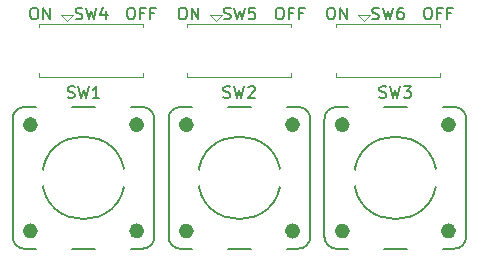
<source format=gto>
%TF.GenerationSoftware,KiCad,Pcbnew,8.0.1*%
%TF.CreationDate,2024-04-28T18:53:44+02:00*%
%TF.ProjectId,SwitchesModule,53776974-6368-4657-934d-6f64756c652e,v0.1*%
%TF.SameCoordinates,Original*%
%TF.FileFunction,Legend,Top*%
%TF.FilePolarity,Positive*%
%FSLAX46Y46*%
G04 Gerber Fmt 4.6, Leading zero omitted, Abs format (unit mm)*
G04 Created by KiCad (PCBNEW 8.0.1) date 2024-04-28 18:53:44*
%MOMM*%
%LPD*%
G01*
G04 APERTURE LIST*
G04 Aperture macros list*
%AMRoundRect*
0 Rectangle with rounded corners*
0 $1 Rounding radius*
0 $2 $3 $4 $5 $6 $7 $8 $9 X,Y pos of 4 corners*
0 Add a 4 corners polygon primitive as box body*
4,1,4,$2,$3,$4,$5,$6,$7,$8,$9,$2,$3,0*
0 Add four circle primitives for the rounded corners*
1,1,$1+$1,$2,$3*
1,1,$1+$1,$4,$5*
1,1,$1+$1,$6,$7*
1,1,$1+$1,$8,$9*
0 Add four rect primitives between the rounded corners*
20,1,$1+$1,$2,$3,$4,$5,0*
20,1,$1+$1,$4,$5,$6,$7,0*
20,1,$1+$1,$6,$7,$8,$9,0*
20,1,$1+$1,$8,$9,$2,$3,0*%
G04 Aperture macros list end*
%ADD10C,0.150000*%
%ADD11C,0.203200*%
%ADD12C,0.698500*%
%ADD13C,0.120000*%
%ADD14C,2.362200*%
%ADD15O,2.200000X3.500000*%
%ADD16R,1.500000X2.500000*%
%ADD17O,1.500000X2.500000*%
%ADD18C,3.200000*%
%ADD19C,1.600000*%
%ADD20O,1.600000X1.600000*%
%ADD21RoundRect,0.250000X0.725000X-0.600000X0.725000X0.600000X-0.725000X0.600000X-0.725000X-0.600000X0*%
%ADD22O,1.950000X1.700000*%
%ADD23RoundRect,0.250000X-0.725000X0.600000X-0.725000X-0.600000X0.725000X-0.600000X0.725000X0.600000X0*%
G04 APERTURE END LIST*
D10*
X157693367Y-95934060D02*
X157836224Y-95981679D01*
X157836224Y-95981679D02*
X158074319Y-95981679D01*
X158074319Y-95981679D02*
X158169557Y-95934060D01*
X158169557Y-95934060D02*
X158217176Y-95886440D01*
X158217176Y-95886440D02*
X158264795Y-95791202D01*
X158264795Y-95791202D02*
X158264795Y-95695964D01*
X158264795Y-95695964D02*
X158217176Y-95600726D01*
X158217176Y-95600726D02*
X158169557Y-95553107D01*
X158169557Y-95553107D02*
X158074319Y-95505488D01*
X158074319Y-95505488D02*
X157883843Y-95457869D01*
X157883843Y-95457869D02*
X157788605Y-95410250D01*
X157788605Y-95410250D02*
X157740986Y-95362631D01*
X157740986Y-95362631D02*
X157693367Y-95267393D01*
X157693367Y-95267393D02*
X157693367Y-95172155D01*
X157693367Y-95172155D02*
X157740986Y-95076917D01*
X157740986Y-95076917D02*
X157788605Y-95029298D01*
X157788605Y-95029298D02*
X157883843Y-94981679D01*
X157883843Y-94981679D02*
X158121938Y-94981679D01*
X158121938Y-94981679D02*
X158264795Y-95029298D01*
X158598129Y-94981679D02*
X158836224Y-95981679D01*
X158836224Y-95981679D02*
X159026700Y-95267393D01*
X159026700Y-95267393D02*
X159217176Y-95981679D01*
X159217176Y-95981679D02*
X159455272Y-94981679D01*
X159740986Y-94981679D02*
X160360033Y-94981679D01*
X160360033Y-94981679D02*
X160026700Y-95362631D01*
X160026700Y-95362631D02*
X160169557Y-95362631D01*
X160169557Y-95362631D02*
X160264795Y-95410250D01*
X160264795Y-95410250D02*
X160312414Y-95457869D01*
X160312414Y-95457869D02*
X160360033Y-95553107D01*
X160360033Y-95553107D02*
X160360033Y-95791202D01*
X160360033Y-95791202D02*
X160312414Y-95886440D01*
X160312414Y-95886440D02*
X160264795Y-95934060D01*
X160264795Y-95934060D02*
X160169557Y-95981679D01*
X160169557Y-95981679D02*
X159883843Y-95981679D01*
X159883843Y-95981679D02*
X159788605Y-95934060D01*
X159788605Y-95934060D02*
X159740986Y-95886440D01*
X144510767Y-89279260D02*
X144653624Y-89326879D01*
X144653624Y-89326879D02*
X144891719Y-89326879D01*
X144891719Y-89326879D02*
X144986957Y-89279260D01*
X144986957Y-89279260D02*
X145034576Y-89231640D01*
X145034576Y-89231640D02*
X145082195Y-89136402D01*
X145082195Y-89136402D02*
X145082195Y-89041164D01*
X145082195Y-89041164D02*
X145034576Y-88945926D01*
X145034576Y-88945926D02*
X144986957Y-88898307D01*
X144986957Y-88898307D02*
X144891719Y-88850688D01*
X144891719Y-88850688D02*
X144701243Y-88803069D01*
X144701243Y-88803069D02*
X144606005Y-88755450D01*
X144606005Y-88755450D02*
X144558386Y-88707831D01*
X144558386Y-88707831D02*
X144510767Y-88612593D01*
X144510767Y-88612593D02*
X144510767Y-88517355D01*
X144510767Y-88517355D02*
X144558386Y-88422117D01*
X144558386Y-88422117D02*
X144606005Y-88374498D01*
X144606005Y-88374498D02*
X144701243Y-88326879D01*
X144701243Y-88326879D02*
X144939338Y-88326879D01*
X144939338Y-88326879D02*
X145082195Y-88374498D01*
X145415529Y-88326879D02*
X145653624Y-89326879D01*
X145653624Y-89326879D02*
X145844100Y-88612593D01*
X145844100Y-88612593D02*
X146034576Y-89326879D01*
X146034576Y-89326879D02*
X146272672Y-88326879D01*
X147129814Y-88326879D02*
X146653624Y-88326879D01*
X146653624Y-88326879D02*
X146606005Y-88803069D01*
X146606005Y-88803069D02*
X146653624Y-88755450D01*
X146653624Y-88755450D02*
X146748862Y-88707831D01*
X146748862Y-88707831D02*
X146986957Y-88707831D01*
X146986957Y-88707831D02*
X147082195Y-88755450D01*
X147082195Y-88755450D02*
X147129814Y-88803069D01*
X147129814Y-88803069D02*
X147177433Y-88898307D01*
X147177433Y-88898307D02*
X147177433Y-89136402D01*
X147177433Y-89136402D02*
X147129814Y-89231640D01*
X147129814Y-89231640D02*
X147082195Y-89279260D01*
X147082195Y-89279260D02*
X146986957Y-89326879D01*
X146986957Y-89326879D02*
X146748862Y-89326879D01*
X146748862Y-89326879D02*
X146653624Y-89279260D01*
X146653624Y-89279260D02*
X146606005Y-89231640D01*
X140932452Y-88326879D02*
X141122928Y-88326879D01*
X141122928Y-88326879D02*
X141218166Y-88374498D01*
X141218166Y-88374498D02*
X141313404Y-88469736D01*
X141313404Y-88469736D02*
X141361023Y-88660212D01*
X141361023Y-88660212D02*
X141361023Y-88993545D01*
X141361023Y-88993545D02*
X141313404Y-89184021D01*
X141313404Y-89184021D02*
X141218166Y-89279260D01*
X141218166Y-89279260D02*
X141122928Y-89326879D01*
X141122928Y-89326879D02*
X140932452Y-89326879D01*
X140932452Y-89326879D02*
X140837214Y-89279260D01*
X140837214Y-89279260D02*
X140741976Y-89184021D01*
X140741976Y-89184021D02*
X140694357Y-88993545D01*
X140694357Y-88993545D02*
X140694357Y-88660212D01*
X140694357Y-88660212D02*
X140741976Y-88469736D01*
X140741976Y-88469736D02*
X140837214Y-88374498D01*
X140837214Y-88374498D02*
X140932452Y-88326879D01*
X141789595Y-89326879D02*
X141789595Y-88326879D01*
X141789595Y-88326879D02*
X142361023Y-89326879D01*
X142361023Y-89326879D02*
X142361023Y-88326879D01*
X149158919Y-88326879D02*
X149349395Y-88326879D01*
X149349395Y-88326879D02*
X149444633Y-88374498D01*
X149444633Y-88374498D02*
X149539871Y-88469736D01*
X149539871Y-88469736D02*
X149587490Y-88660212D01*
X149587490Y-88660212D02*
X149587490Y-88993545D01*
X149587490Y-88993545D02*
X149539871Y-89184021D01*
X149539871Y-89184021D02*
X149444633Y-89279260D01*
X149444633Y-89279260D02*
X149349395Y-89326879D01*
X149349395Y-89326879D02*
X149158919Y-89326879D01*
X149158919Y-89326879D02*
X149063681Y-89279260D01*
X149063681Y-89279260D02*
X148968443Y-89184021D01*
X148968443Y-89184021D02*
X148920824Y-88993545D01*
X148920824Y-88993545D02*
X148920824Y-88660212D01*
X148920824Y-88660212D02*
X148968443Y-88469736D01*
X148968443Y-88469736D02*
X149063681Y-88374498D01*
X149063681Y-88374498D02*
X149158919Y-88326879D01*
X150349395Y-88803069D02*
X150016062Y-88803069D01*
X150016062Y-89326879D02*
X150016062Y-88326879D01*
X150016062Y-88326879D02*
X150492252Y-88326879D01*
X151206538Y-88803069D02*
X150873205Y-88803069D01*
X150873205Y-89326879D02*
X150873205Y-88326879D01*
X150873205Y-88326879D02*
X151349395Y-88326879D01*
X131302767Y-95934060D02*
X131445624Y-95981679D01*
X131445624Y-95981679D02*
X131683719Y-95981679D01*
X131683719Y-95981679D02*
X131778957Y-95934060D01*
X131778957Y-95934060D02*
X131826576Y-95886440D01*
X131826576Y-95886440D02*
X131874195Y-95791202D01*
X131874195Y-95791202D02*
X131874195Y-95695964D01*
X131874195Y-95695964D02*
X131826576Y-95600726D01*
X131826576Y-95600726D02*
X131778957Y-95553107D01*
X131778957Y-95553107D02*
X131683719Y-95505488D01*
X131683719Y-95505488D02*
X131493243Y-95457869D01*
X131493243Y-95457869D02*
X131398005Y-95410250D01*
X131398005Y-95410250D02*
X131350386Y-95362631D01*
X131350386Y-95362631D02*
X131302767Y-95267393D01*
X131302767Y-95267393D02*
X131302767Y-95172155D01*
X131302767Y-95172155D02*
X131350386Y-95076917D01*
X131350386Y-95076917D02*
X131398005Y-95029298D01*
X131398005Y-95029298D02*
X131493243Y-94981679D01*
X131493243Y-94981679D02*
X131731338Y-94981679D01*
X131731338Y-94981679D02*
X131874195Y-95029298D01*
X132207529Y-94981679D02*
X132445624Y-95981679D01*
X132445624Y-95981679D02*
X132636100Y-95267393D01*
X132636100Y-95267393D02*
X132826576Y-95981679D01*
X132826576Y-95981679D02*
X133064672Y-94981679D01*
X133969433Y-95981679D02*
X133398005Y-95981679D01*
X133683719Y-95981679D02*
X133683719Y-94981679D01*
X133683719Y-94981679D02*
X133588481Y-95124536D01*
X133588481Y-95124536D02*
X133493243Y-95219774D01*
X133493243Y-95219774D02*
X133398005Y-95267393D01*
X157076207Y-89279260D02*
X157219064Y-89326879D01*
X157219064Y-89326879D02*
X157457159Y-89326879D01*
X157457159Y-89326879D02*
X157552397Y-89279260D01*
X157552397Y-89279260D02*
X157600016Y-89231640D01*
X157600016Y-89231640D02*
X157647635Y-89136402D01*
X157647635Y-89136402D02*
X157647635Y-89041164D01*
X157647635Y-89041164D02*
X157600016Y-88945926D01*
X157600016Y-88945926D02*
X157552397Y-88898307D01*
X157552397Y-88898307D02*
X157457159Y-88850688D01*
X157457159Y-88850688D02*
X157266683Y-88803069D01*
X157266683Y-88803069D02*
X157171445Y-88755450D01*
X157171445Y-88755450D02*
X157123826Y-88707831D01*
X157123826Y-88707831D02*
X157076207Y-88612593D01*
X157076207Y-88612593D02*
X157076207Y-88517355D01*
X157076207Y-88517355D02*
X157123826Y-88422117D01*
X157123826Y-88422117D02*
X157171445Y-88374498D01*
X157171445Y-88374498D02*
X157266683Y-88326879D01*
X157266683Y-88326879D02*
X157504778Y-88326879D01*
X157504778Y-88326879D02*
X157647635Y-88374498D01*
X157980969Y-88326879D02*
X158219064Y-89326879D01*
X158219064Y-89326879D02*
X158409540Y-88612593D01*
X158409540Y-88612593D02*
X158600016Y-89326879D01*
X158600016Y-89326879D02*
X158838112Y-88326879D01*
X159647635Y-88326879D02*
X159457159Y-88326879D01*
X159457159Y-88326879D02*
X159361921Y-88374498D01*
X159361921Y-88374498D02*
X159314302Y-88422117D01*
X159314302Y-88422117D02*
X159219064Y-88564974D01*
X159219064Y-88564974D02*
X159171445Y-88755450D01*
X159171445Y-88755450D02*
X159171445Y-89136402D01*
X159171445Y-89136402D02*
X159219064Y-89231640D01*
X159219064Y-89231640D02*
X159266683Y-89279260D01*
X159266683Y-89279260D02*
X159361921Y-89326879D01*
X159361921Y-89326879D02*
X159552397Y-89326879D01*
X159552397Y-89326879D02*
X159647635Y-89279260D01*
X159647635Y-89279260D02*
X159695254Y-89231640D01*
X159695254Y-89231640D02*
X159742873Y-89136402D01*
X159742873Y-89136402D02*
X159742873Y-88898307D01*
X159742873Y-88898307D02*
X159695254Y-88803069D01*
X159695254Y-88803069D02*
X159647635Y-88755450D01*
X159647635Y-88755450D02*
X159552397Y-88707831D01*
X159552397Y-88707831D02*
X159361921Y-88707831D01*
X159361921Y-88707831D02*
X159266683Y-88755450D01*
X159266683Y-88755450D02*
X159219064Y-88803069D01*
X159219064Y-88803069D02*
X159171445Y-88898307D01*
X161698959Y-88326879D02*
X161889435Y-88326879D01*
X161889435Y-88326879D02*
X161984673Y-88374498D01*
X161984673Y-88374498D02*
X162079911Y-88469736D01*
X162079911Y-88469736D02*
X162127530Y-88660212D01*
X162127530Y-88660212D02*
X162127530Y-88993545D01*
X162127530Y-88993545D02*
X162079911Y-89184021D01*
X162079911Y-89184021D02*
X161984673Y-89279260D01*
X161984673Y-89279260D02*
X161889435Y-89326879D01*
X161889435Y-89326879D02*
X161698959Y-89326879D01*
X161698959Y-89326879D02*
X161603721Y-89279260D01*
X161603721Y-89279260D02*
X161508483Y-89184021D01*
X161508483Y-89184021D02*
X161460864Y-88993545D01*
X161460864Y-88993545D02*
X161460864Y-88660212D01*
X161460864Y-88660212D02*
X161508483Y-88469736D01*
X161508483Y-88469736D02*
X161603721Y-88374498D01*
X161603721Y-88374498D02*
X161698959Y-88326879D01*
X162889435Y-88803069D02*
X162556102Y-88803069D01*
X162556102Y-89326879D02*
X162556102Y-88326879D01*
X162556102Y-88326879D02*
X163032292Y-88326879D01*
X163746578Y-88803069D02*
X163413245Y-88803069D01*
X163413245Y-89326879D02*
X163413245Y-88326879D01*
X163413245Y-88326879D02*
X163889435Y-88326879D01*
X153497892Y-88326879D02*
X153688368Y-88326879D01*
X153688368Y-88326879D02*
X153783606Y-88374498D01*
X153783606Y-88374498D02*
X153878844Y-88469736D01*
X153878844Y-88469736D02*
X153926463Y-88660212D01*
X153926463Y-88660212D02*
X153926463Y-88993545D01*
X153926463Y-88993545D02*
X153878844Y-89184021D01*
X153878844Y-89184021D02*
X153783606Y-89279260D01*
X153783606Y-89279260D02*
X153688368Y-89326879D01*
X153688368Y-89326879D02*
X153497892Y-89326879D01*
X153497892Y-89326879D02*
X153402654Y-89279260D01*
X153402654Y-89279260D02*
X153307416Y-89184021D01*
X153307416Y-89184021D02*
X153259797Y-88993545D01*
X153259797Y-88993545D02*
X153259797Y-88660212D01*
X153259797Y-88660212D02*
X153307416Y-88469736D01*
X153307416Y-88469736D02*
X153402654Y-88374498D01*
X153402654Y-88374498D02*
X153497892Y-88326879D01*
X154355035Y-89326879D02*
X154355035Y-88326879D01*
X154355035Y-88326879D02*
X154926463Y-89326879D01*
X154926463Y-89326879D02*
X154926463Y-88326879D01*
X144485367Y-95934060D02*
X144628224Y-95981679D01*
X144628224Y-95981679D02*
X144866319Y-95981679D01*
X144866319Y-95981679D02*
X144961557Y-95934060D01*
X144961557Y-95934060D02*
X145009176Y-95886440D01*
X145009176Y-95886440D02*
X145056795Y-95791202D01*
X145056795Y-95791202D02*
X145056795Y-95695964D01*
X145056795Y-95695964D02*
X145009176Y-95600726D01*
X145009176Y-95600726D02*
X144961557Y-95553107D01*
X144961557Y-95553107D02*
X144866319Y-95505488D01*
X144866319Y-95505488D02*
X144675843Y-95457869D01*
X144675843Y-95457869D02*
X144580605Y-95410250D01*
X144580605Y-95410250D02*
X144532986Y-95362631D01*
X144532986Y-95362631D02*
X144485367Y-95267393D01*
X144485367Y-95267393D02*
X144485367Y-95172155D01*
X144485367Y-95172155D02*
X144532986Y-95076917D01*
X144532986Y-95076917D02*
X144580605Y-95029298D01*
X144580605Y-95029298D02*
X144675843Y-94981679D01*
X144675843Y-94981679D02*
X144913938Y-94981679D01*
X144913938Y-94981679D02*
X145056795Y-95029298D01*
X145390129Y-94981679D02*
X145628224Y-95981679D01*
X145628224Y-95981679D02*
X145818700Y-95267393D01*
X145818700Y-95267393D02*
X146009176Y-95981679D01*
X146009176Y-95981679D02*
X146247272Y-94981679D01*
X146580605Y-95076917D02*
X146628224Y-95029298D01*
X146628224Y-95029298D02*
X146723462Y-94981679D01*
X146723462Y-94981679D02*
X146961557Y-94981679D01*
X146961557Y-94981679D02*
X147056795Y-95029298D01*
X147056795Y-95029298D02*
X147104414Y-95076917D01*
X147104414Y-95076917D02*
X147152033Y-95172155D01*
X147152033Y-95172155D02*
X147152033Y-95267393D01*
X147152033Y-95267393D02*
X147104414Y-95410250D01*
X147104414Y-95410250D02*
X146532986Y-95981679D01*
X146532986Y-95981679D02*
X147152033Y-95981679D01*
X131970727Y-89279260D02*
X132113584Y-89326879D01*
X132113584Y-89326879D02*
X132351679Y-89326879D01*
X132351679Y-89326879D02*
X132446917Y-89279260D01*
X132446917Y-89279260D02*
X132494536Y-89231640D01*
X132494536Y-89231640D02*
X132542155Y-89136402D01*
X132542155Y-89136402D02*
X132542155Y-89041164D01*
X132542155Y-89041164D02*
X132494536Y-88945926D01*
X132494536Y-88945926D02*
X132446917Y-88898307D01*
X132446917Y-88898307D02*
X132351679Y-88850688D01*
X132351679Y-88850688D02*
X132161203Y-88803069D01*
X132161203Y-88803069D02*
X132065965Y-88755450D01*
X132065965Y-88755450D02*
X132018346Y-88707831D01*
X132018346Y-88707831D02*
X131970727Y-88612593D01*
X131970727Y-88612593D02*
X131970727Y-88517355D01*
X131970727Y-88517355D02*
X132018346Y-88422117D01*
X132018346Y-88422117D02*
X132065965Y-88374498D01*
X132065965Y-88374498D02*
X132161203Y-88326879D01*
X132161203Y-88326879D02*
X132399298Y-88326879D01*
X132399298Y-88326879D02*
X132542155Y-88374498D01*
X132875489Y-88326879D02*
X133113584Y-89326879D01*
X133113584Y-89326879D02*
X133304060Y-88612593D01*
X133304060Y-88612593D02*
X133494536Y-89326879D01*
X133494536Y-89326879D02*
X133732632Y-88326879D01*
X134542155Y-88660212D02*
X134542155Y-89326879D01*
X134304060Y-88279260D02*
X134065965Y-88993545D01*
X134065965Y-88993545D02*
X134685012Y-88993545D01*
X128367012Y-88326879D02*
X128557488Y-88326879D01*
X128557488Y-88326879D02*
X128652726Y-88374498D01*
X128652726Y-88374498D02*
X128747964Y-88469736D01*
X128747964Y-88469736D02*
X128795583Y-88660212D01*
X128795583Y-88660212D02*
X128795583Y-88993545D01*
X128795583Y-88993545D02*
X128747964Y-89184021D01*
X128747964Y-89184021D02*
X128652726Y-89279260D01*
X128652726Y-89279260D02*
X128557488Y-89326879D01*
X128557488Y-89326879D02*
X128367012Y-89326879D01*
X128367012Y-89326879D02*
X128271774Y-89279260D01*
X128271774Y-89279260D02*
X128176536Y-89184021D01*
X128176536Y-89184021D02*
X128128917Y-88993545D01*
X128128917Y-88993545D02*
X128128917Y-88660212D01*
X128128917Y-88660212D02*
X128176536Y-88469736D01*
X128176536Y-88469736D02*
X128271774Y-88374498D01*
X128271774Y-88374498D02*
X128367012Y-88326879D01*
X129224155Y-89326879D02*
X129224155Y-88326879D01*
X129224155Y-88326879D02*
X129795583Y-89326879D01*
X129795583Y-89326879D02*
X129795583Y-88326879D01*
X136568079Y-88326879D02*
X136758555Y-88326879D01*
X136758555Y-88326879D02*
X136853793Y-88374498D01*
X136853793Y-88374498D02*
X136949031Y-88469736D01*
X136949031Y-88469736D02*
X136996650Y-88660212D01*
X136996650Y-88660212D02*
X136996650Y-88993545D01*
X136996650Y-88993545D02*
X136949031Y-89184021D01*
X136949031Y-89184021D02*
X136853793Y-89279260D01*
X136853793Y-89279260D02*
X136758555Y-89326879D01*
X136758555Y-89326879D02*
X136568079Y-89326879D01*
X136568079Y-89326879D02*
X136472841Y-89279260D01*
X136472841Y-89279260D02*
X136377603Y-89184021D01*
X136377603Y-89184021D02*
X136329984Y-88993545D01*
X136329984Y-88993545D02*
X136329984Y-88660212D01*
X136329984Y-88660212D02*
X136377603Y-88469736D01*
X136377603Y-88469736D02*
X136472841Y-88374498D01*
X136472841Y-88374498D02*
X136568079Y-88326879D01*
X137758555Y-88803069D02*
X137425222Y-88803069D01*
X137425222Y-89326879D02*
X137425222Y-88326879D01*
X137425222Y-88326879D02*
X137901412Y-88326879D01*
X138615698Y-88803069D02*
X138282365Y-88803069D01*
X138282365Y-89326879D02*
X138282365Y-88326879D01*
X138282365Y-88326879D02*
X138758555Y-88326879D01*
D11*
%TO.C,SW3*%
X153034680Y-107743820D02*
X153034680Y-97746380D01*
X154035440Y-96745620D02*
X155036200Y-96745620D01*
X155036200Y-108744580D02*
X154035440Y-108744580D01*
X158035940Y-96745620D02*
X160032380Y-96745620D01*
X160032380Y-108744580D02*
X158035940Y-108744580D01*
X163032120Y-96745620D02*
X164032880Y-96745620D01*
X164032880Y-108744580D02*
X163032120Y-108744580D01*
X165033640Y-97746380D02*
X165033640Y-107743820D01*
X153034680Y-97746380D02*
G75*
G02*
X154035440Y-96745620I1000760J0D01*
G01*
X154035440Y-108744580D02*
G75*
G02*
X153034680Y-107743820I1J1000761D01*
G01*
X164032880Y-96745620D02*
G75*
G02*
X165033640Y-97746380I0J-1000760D01*
G01*
X165033640Y-107743820D02*
G75*
G02*
X164032880Y-108744580I-1000761J1D01*
G01*
D12*
X154835540Y-98246760D02*
G75*
G02*
X154236100Y-98246760I-299720J0D01*
G01*
X154236100Y-98246760D02*
G75*
G02*
X154835540Y-98246760I299720J0D01*
G01*
X154835540Y-107243440D02*
G75*
G02*
X154236100Y-107243440I-299720J0D01*
G01*
X154236100Y-107243440D02*
G75*
G02*
X154835540Y-107243440I299720J0D01*
G01*
D11*
X162531740Y-102745100D02*
G75*
G02*
X155536580Y-102745100I-3497580J0D01*
G01*
X155536580Y-102745100D02*
G75*
G02*
X162531740Y-102745100I3497580J0D01*
G01*
D12*
X163832220Y-98246760D02*
G75*
G02*
X163232780Y-98246760I-299720J0D01*
G01*
X163232780Y-98246760D02*
G75*
G02*
X163832220Y-98246760I299720J0D01*
G01*
X163832220Y-107243440D02*
G75*
G02*
X163232780Y-107243440I-299720J0D01*
G01*
X163232780Y-107243440D02*
G75*
G02*
X163832220Y-107243440I299720J0D01*
G01*
D13*
%TO.C,SW5*%
X141422000Y-89688000D02*
X150242000Y-89688000D01*
X141422000Y-89998000D02*
X141422000Y-89688000D01*
X141422000Y-94208000D02*
X141422000Y-93898000D01*
X143332000Y-88988000D02*
X143832000Y-89488000D01*
X143832000Y-89488000D02*
X144332000Y-88988000D01*
X144332000Y-88988000D02*
X143332000Y-88988000D01*
X150242000Y-89688000D02*
X150242000Y-89998000D01*
X150242000Y-94208000D02*
X141422000Y-94208000D01*
X150242000Y-94208000D02*
X150242000Y-93898000D01*
D11*
%TO.C,SW1*%
X126630360Y-107743820D02*
X126630360Y-97746380D01*
X127631120Y-96745620D02*
X128631880Y-96745620D01*
X128631880Y-108744580D02*
X127631120Y-108744580D01*
X131631620Y-96745620D02*
X133628060Y-96745620D01*
X133628060Y-108744580D02*
X131631620Y-108744580D01*
X136627800Y-96745620D02*
X137628560Y-96745620D01*
X137628560Y-108744580D02*
X136627800Y-108744580D01*
X138629320Y-97746380D02*
X138629320Y-107743820D01*
X126630360Y-97746380D02*
G75*
G02*
X127631120Y-96745620I1000760J0D01*
G01*
X127631120Y-108744580D02*
G75*
G02*
X126630360Y-107743820I1J1000761D01*
G01*
X137628560Y-96745620D02*
G75*
G02*
X138629320Y-97746380I0J-1000760D01*
G01*
X138629320Y-107743820D02*
G75*
G02*
X137628560Y-108744580I-1000761J1D01*
G01*
D12*
X128431220Y-98246760D02*
G75*
G02*
X127831780Y-98246760I-299720J0D01*
G01*
X127831780Y-98246760D02*
G75*
G02*
X128431220Y-98246760I299720J0D01*
G01*
X128431220Y-107243440D02*
G75*
G02*
X127831780Y-107243440I-299720J0D01*
G01*
X127831780Y-107243440D02*
G75*
G02*
X128431220Y-107243440I299720J0D01*
G01*
D11*
X136127420Y-102745100D02*
G75*
G02*
X129132260Y-102745100I-3497580J0D01*
G01*
X129132260Y-102745100D02*
G75*
G02*
X136127420Y-102745100I3497580J0D01*
G01*
D12*
X137427900Y-98246760D02*
G75*
G02*
X136828460Y-98246760I-299720J0D01*
G01*
X136828460Y-98246760D02*
G75*
G02*
X137427900Y-98246760I299720J0D01*
G01*
X137427900Y-107243440D02*
G75*
G02*
X136828460Y-107243440I-299720J0D01*
G01*
X136828460Y-107243440D02*
G75*
G02*
X137427900Y-107243440I299720J0D01*
G01*
D13*
%TO.C,SW6*%
X153998080Y-89688000D02*
X162818080Y-89688000D01*
X153998080Y-89998000D02*
X153998080Y-89688000D01*
X153998080Y-94208000D02*
X153998080Y-93898000D01*
X155908080Y-88988000D02*
X156408080Y-89488000D01*
X156408080Y-89488000D02*
X156908080Y-88988000D01*
X156908080Y-88988000D02*
X155908080Y-88988000D01*
X162818080Y-89688000D02*
X162818080Y-89998000D01*
X162818080Y-94208000D02*
X153998080Y-94208000D01*
X162818080Y-94208000D02*
X162818080Y-93898000D01*
D11*
%TO.C,SW2*%
X139832520Y-107743820D02*
X139832520Y-97746380D01*
X140833280Y-96745620D02*
X141834040Y-96745620D01*
X141834040Y-108744580D02*
X140833280Y-108744580D01*
X144833780Y-96745620D02*
X146830220Y-96745620D01*
X146830220Y-108744580D02*
X144833780Y-108744580D01*
X149829960Y-96745620D02*
X150830720Y-96745620D01*
X150830720Y-108744580D02*
X149829960Y-108744580D01*
X151831480Y-97746380D02*
X151831480Y-107743820D01*
X139832520Y-97746380D02*
G75*
G02*
X140833280Y-96745620I1000760J0D01*
G01*
X140833280Y-108744580D02*
G75*
G02*
X139832520Y-107743820I1J1000761D01*
G01*
X150830720Y-96745620D02*
G75*
G02*
X151831480Y-97746380I0J-1000760D01*
G01*
X151831480Y-107743820D02*
G75*
G02*
X150830720Y-108744580I-1000761J1D01*
G01*
D12*
X141633380Y-98246760D02*
G75*
G02*
X141033940Y-98246760I-299720J0D01*
G01*
X141033940Y-98246760D02*
G75*
G02*
X141633380Y-98246760I299720J0D01*
G01*
X141633380Y-107243440D02*
G75*
G02*
X141033940Y-107243440I-299720J0D01*
G01*
X141033940Y-107243440D02*
G75*
G02*
X141633380Y-107243440I299720J0D01*
G01*
D11*
X149329580Y-102745100D02*
G75*
G02*
X142334420Y-102745100I-3497580J0D01*
G01*
X142334420Y-102745100D02*
G75*
G02*
X149329580Y-102745100I3497580J0D01*
G01*
D12*
X150630060Y-98246760D02*
G75*
G02*
X150030620Y-98246760I-299720J0D01*
G01*
X150030620Y-98246760D02*
G75*
G02*
X150630060Y-98246760I299720J0D01*
G01*
X150630060Y-107243440D02*
G75*
G02*
X150030620Y-107243440I-299720J0D01*
G01*
X150030620Y-107243440D02*
G75*
G02*
X150630060Y-107243440I299720J0D01*
G01*
D13*
%TO.C,SW4*%
X128845920Y-89688000D02*
X137665920Y-89688000D01*
X128845920Y-89998000D02*
X128845920Y-89688000D01*
X128845920Y-94208000D02*
X128845920Y-93898000D01*
X130755920Y-88988000D02*
X131255920Y-89488000D01*
X131255920Y-89488000D02*
X131755920Y-88988000D01*
X131755920Y-88988000D02*
X130755920Y-88988000D01*
X137665920Y-89688000D02*
X137665920Y-89998000D01*
X137665920Y-94208000D02*
X128845920Y-94208000D01*
X137665920Y-94208000D02*
X137665920Y-93898000D01*
%TD*%
%LPC*%
D14*
%TO.C,SW3*%
X161533520Y-96496700D03*
X161533520Y-108993500D03*
X156534800Y-96496700D03*
X156534800Y-108993500D03*
%TD*%
D15*
%TO.C,SW5*%
X141732000Y-91948000D03*
X149932000Y-91948000D03*
D16*
X143832000Y-91948000D03*
D17*
X145832000Y-91948000D03*
X147832000Y-91948000D03*
%TD*%
D14*
%TO.C,SW1*%
X135129200Y-96496700D03*
X135129200Y-108993500D03*
X130130480Y-96496700D03*
X130130480Y-108993500D03*
%TD*%
D15*
%TO.C,SW6*%
X154308080Y-91948000D03*
X162508080Y-91948000D03*
D16*
X156408080Y-91948000D03*
D17*
X158408080Y-91948000D03*
X160408080Y-91948000D03*
%TD*%
D18*
%TO.C,MountingHole1*%
X123593700Y-91437460D03*
%TD*%
D14*
%TO.C,SW2*%
X148331360Y-96496700D03*
X148331360Y-108993500D03*
X143332640Y-96496700D03*
X143332640Y-108993500D03*
%TD*%
D18*
%TO.C,MountingHole2*%
X167992900Y-91437460D03*
%TD*%
%TO.C,MountingHole3*%
X145844100Y-113078260D03*
%TD*%
D15*
%TO.C,SW4*%
X129155920Y-91948000D03*
X137355920Y-91948000D03*
D16*
X131255920Y-91948000D03*
D17*
X133255920Y-91948000D03*
X135255920Y-91948000D03*
%TD*%
D19*
%TO.C,R2*%
X142022000Y-102745100D03*
D20*
X149642000Y-102745100D03*
%TD*%
D21*
%TO.C,J1*%
X169059700Y-107878260D03*
D22*
X169059700Y-105378260D03*
X169059700Y-102878260D03*
X169059700Y-100378260D03*
%TD*%
D19*
%TO.C,R1*%
X128819840Y-102745100D03*
D20*
X136439840Y-102745100D03*
%TD*%
D19*
%TO.C,R3*%
X155224160Y-102745100D03*
D20*
X162844160Y-102745100D03*
%TD*%
D23*
%TO.C,J2*%
X122603100Y-97878260D03*
D22*
X122603100Y-100378260D03*
X122603100Y-102878260D03*
X122603100Y-105378260D03*
X122603100Y-107878260D03*
%TD*%
%LPD*%
M02*

</source>
